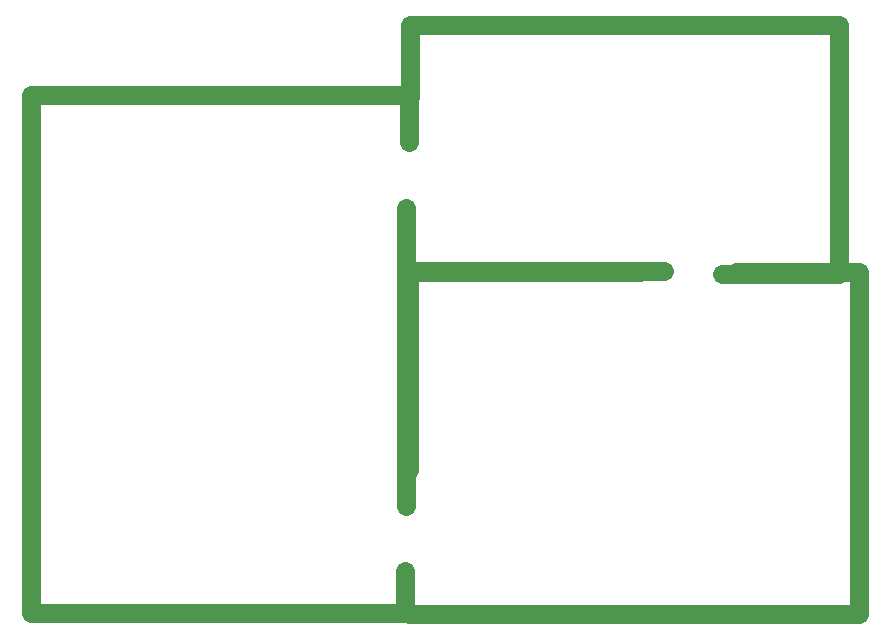
<source format=gbo>
G04*
G04 #@! TF.GenerationSoftware,Altium Limited,Altium Designer,18.1.9 (240)*
G04*
G04 Layer_Color=32896*
%FSLAX44Y44*%
%MOMM*%
G71*
G01*
G75*
%ADD39C,1.6000*%
D39*
X535940Y288290D02*
X326390Y288290D01*
X321310Y496570D02*
Y435610D01*
Y496570D02*
X684530D01*
Y285750D01*
X585470Y285750D02*
X684530D01*
X320040Y397510D02*
Y436880D01*
X318010Y88900D02*
X318010Y341630D01*
X317250Y-1248D02*
Y34290D01*
X321310Y436880D02*
X0D01*
Y-1270D02*
Y436880D01*
Y-1270D02*
X321310Y-1248D01*
X596900Y287020D02*
X701040D01*
X322580D02*
X515620D01*
X320040Y119380D02*
Y287020D01*
X701040Y-2540D02*
Y287020D01*
X320040Y-2540D02*
X701040D01*
M02*

</source>
